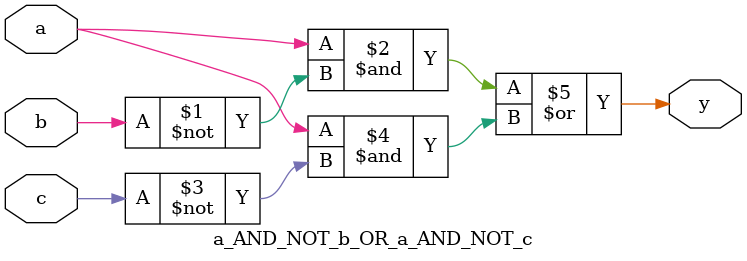
<source format=v>
`timescale 1ns/100ps

module a_AND_NOT_b_OR_a_AND_NOT_c(
  input wire a, b, c,
  output reg y
);

  assign y = a & ~b | a & ~c;
  
endmodule
</source>
